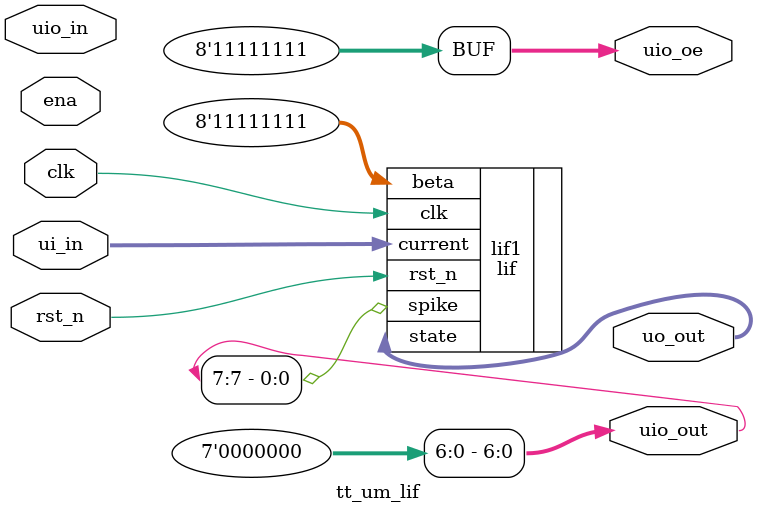
<source format=v>
`default_nettype none

module tt_um_lif (
    input  wire [7:0] ui_in,    // Dedicated inputs - connected to the input switches
    output wire [7:0] uo_out,   // Dedicated outputs - connected to the 7 segment display
    input  wire [7:0] uio_in,   // IOs: Bidirectional Input path
    output wire [7:0] uio_out,  // IOs: Bidirectional Output path
    output wire [7:0] uio_oe,   // IOs: Bidirectional Enable path (active high: 0=input, 1=output)
    input  wire       ena,      // will go high when the design is enabled
    input  wire       clk,      // clock
    input  wire       rst_n     // reset_n - low to reset
);

    //parameter int WEIGHT = 1;

    // use bidirectionals as outputs
    assign uio_oe = 8'b11111111;
    assign uio_out[6:0] = 6'd0;

    // instantiate lif neuron
    //lif lif1(.current(ui_in), .clk(clk), .rst_n(rst_n), .spike(uio_out[7]), .state(uo_out));
    lif lif1(.current(ui_in), .clk(clk), .rst_n(rst_n), .beta(8'b11111111), .spike(uio_out[7]), .state(uo_out));
    // lif lif2(.current({uio_out[7], 7'b0000000}), .clk(clk), .rst_n(rst_n), .spike(uio_out[6]), .state(uo_out));

endmodule

</source>
